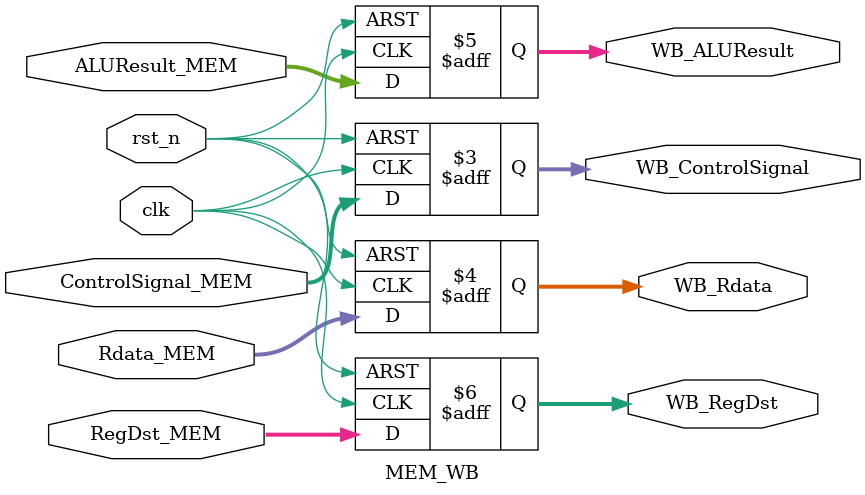
<source format=v>
`timescale 1ns/10ps
module MEM_WB(
    input clk, rst_n,
    input [1:0] ControlSignal_MEM,
    input [31:0] Rdata_MEM, ALUResult_MEM,
    input [4:0] RegDst_MEM,
    output reg [1:0] WB_ControlSignal,
    output reg [31:0] WB_Rdata, WB_ALUResult,
    output reg [4:0] WB_RegDst
    );
    
always @(posedge clk, negedge rst_n) begin
if(!rst_n) {WB_ControlSignal, WB_Rdata, WB_ALUResult, WB_RegDst} <= 0;
else 
{WB_ControlSignal, WB_Rdata, WB_ALUResult, WB_RegDst} 
<= {ControlSignal_MEM, Rdata_MEM, ALUResult_MEM,RegDst_MEM};
end
endmodule

</source>
